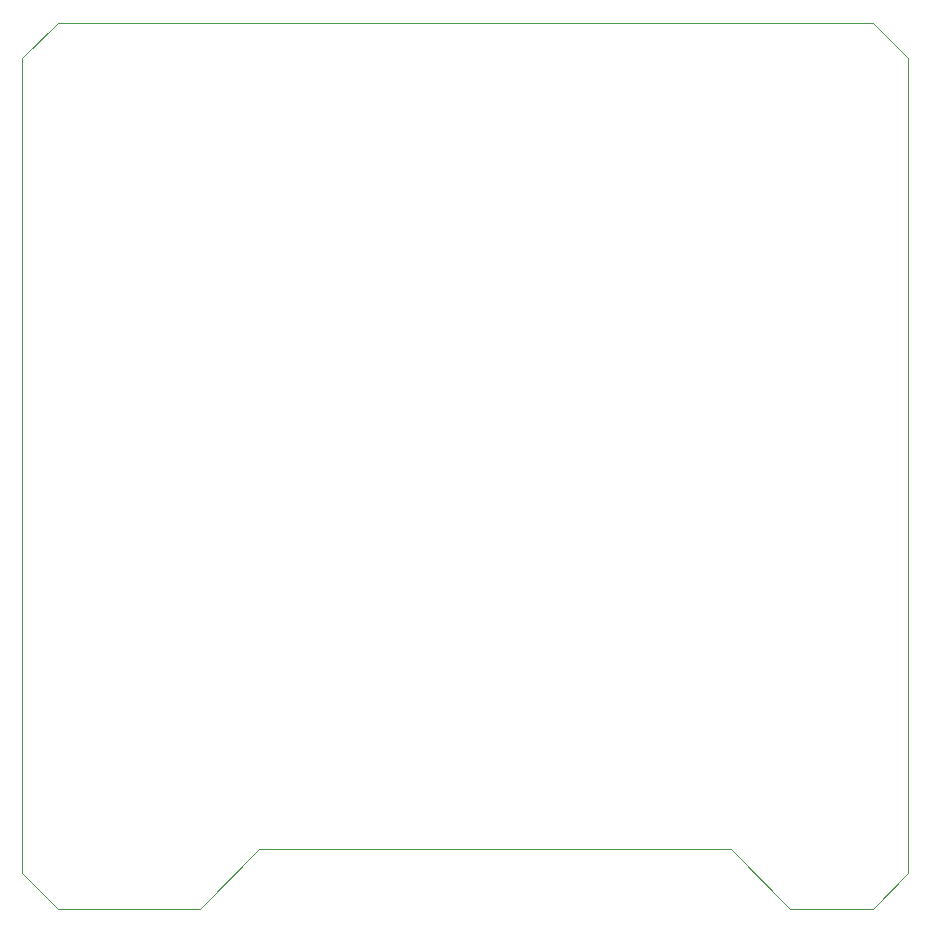
<source format=gbr>
%TF.GenerationSoftware,KiCad,Pcbnew,(5.1.7)-1*%
%TF.CreationDate,2021-01-13T20:29:12+01:00*%
%TF.ProjectId,HotPlateController,486f7450-6c61-4746-9543-6f6e74726f6c,rev?*%
%TF.SameCoordinates,Original*%
%TF.FileFunction,Profile,NP*%
%FSLAX46Y46*%
G04 Gerber Fmt 4.6, Leading zero omitted, Abs format (unit mm)*
G04 Created by KiCad (PCBNEW (5.1.7)-1) date 2021-01-13 20:29:12*
%MOMM*%
%LPD*%
G01*
G04 APERTURE LIST*
%TA.AperFunction,Profile*%
%ADD10C,0.050000*%
%TD*%
G04 APERTURE END LIST*
D10*
X65000000Y-75000000D02*
X72000000Y-75000000D01*
X3000000Y-75000000D02*
X15000000Y-75000000D01*
X20000000Y-70000000D02*
X15000000Y-75000000D01*
X25500000Y-70000000D02*
X20000000Y-70000000D01*
X60000000Y-70000000D02*
X25500000Y-70000000D01*
X65000000Y-75000000D02*
X60000000Y-70000000D01*
X3000000Y-75000000D02*
X0Y-72000000D01*
X75000000Y-72000000D02*
X72000000Y-75000000D01*
X72000000Y0D02*
X75000000Y-3000000D01*
X5000000Y0D02*
X72000000Y0D01*
X0Y-6000000D02*
X0Y-72000000D01*
X0Y-3000000D02*
X0Y-6000000D01*
X3000000Y0D02*
X0Y-3000000D01*
X5000000Y0D02*
X3000000Y0D01*
X75000000Y-72000000D02*
X75000000Y-3000000D01*
M02*

</source>
